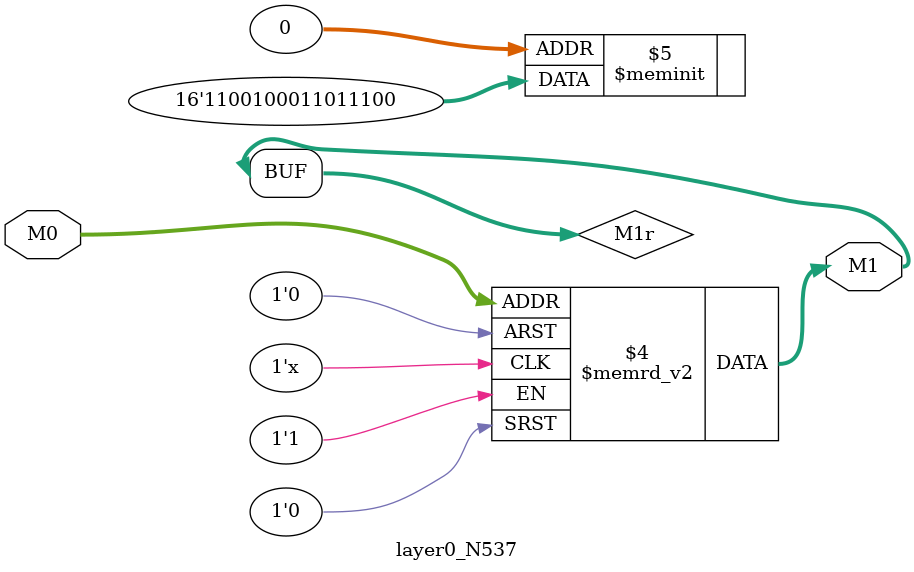
<source format=v>
module layer0_N537 ( input [2:0] M0, output [1:0] M1 );

	(*rom_style = "distributed" *) reg [1:0] M1r;
	assign M1 = M1r;
	always @ (M0) begin
		case (M0)
			3'b000: M1r = 2'b00;
			3'b100: M1r = 2'b00;
			3'b010: M1r = 2'b01;
			3'b110: M1r = 2'b00;
			3'b001: M1r = 2'b11;
			3'b101: M1r = 2'b10;
			3'b011: M1r = 2'b11;
			3'b111: M1r = 2'b11;

		endcase
	end
endmodule

</source>
